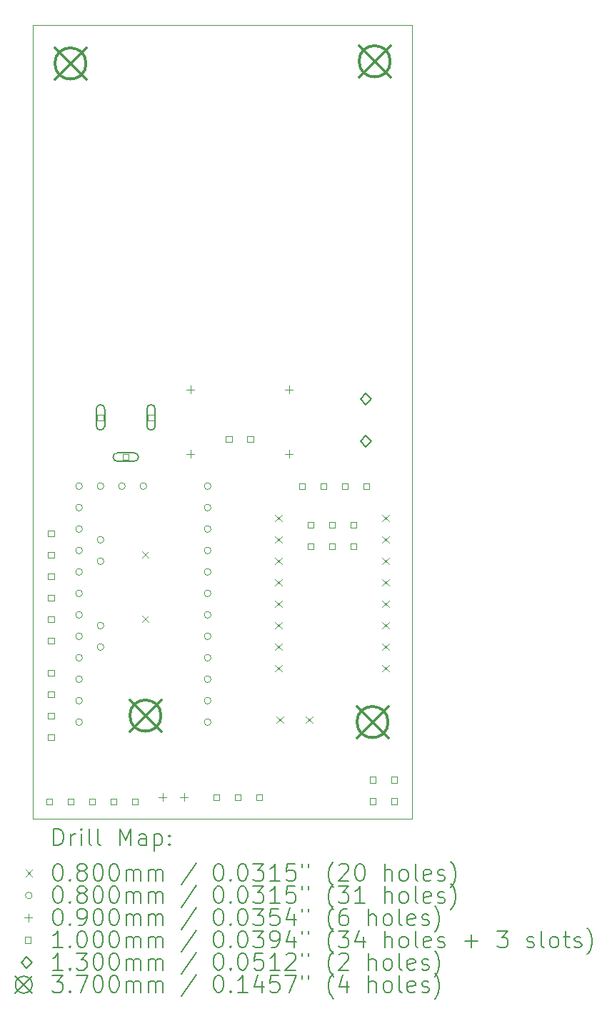
<source format=gbr>
%TF.GenerationSoftware,KiCad,Pcbnew,6.0.11-2627ca5db0~126~ubuntu20.04.1*%
%TF.CreationDate,2024-06-24T23:06:26+02:00*%
%TF.ProjectId,IRstepper,49527374-6570-4706-9572-2e6b69636164,rev?*%
%TF.SameCoordinates,Original*%
%TF.FileFunction,Drillmap*%
%TF.FilePolarity,Positive*%
%FSLAX45Y45*%
G04 Gerber Fmt 4.5, Leading zero omitted, Abs format (unit mm)*
G04 Created by KiCad (PCBNEW 6.0.11-2627ca5db0~126~ubuntu20.04.1) date 2024-06-24 23:06:26*
%MOMM*%
%LPD*%
G01*
G04 APERTURE LIST*
%ADD10C,0.100000*%
%ADD11C,0.200000*%
%ADD12C,0.080000*%
%ADD13C,0.080010*%
%ADD14C,0.090000*%
%ADD15C,0.130000*%
%ADD16C,0.370000*%
G04 APERTURE END LIST*
D10*
X9000000Y-1600200D02*
X13500000Y-1600000D01*
X9000000Y-11000000D02*
X13500000Y-11000000D01*
X13500000Y-11000000D02*
X13500000Y-1600000D01*
X9000000Y-11000000D02*
X9000000Y-1600200D01*
D11*
D12*
X10297800Y-7834000D02*
X10377800Y-7914000D01*
X10377800Y-7834000D02*
X10297800Y-7914000D01*
X10297800Y-8596000D02*
X10377800Y-8676000D01*
X10377800Y-8596000D02*
X10297800Y-8676000D01*
X11873600Y-7402200D02*
X11953600Y-7482200D01*
X11953600Y-7402200D02*
X11873600Y-7482200D01*
X11873600Y-7656200D02*
X11953600Y-7736200D01*
X11953600Y-7656200D02*
X11873600Y-7736200D01*
X11873600Y-7910200D02*
X11953600Y-7990200D01*
X11953600Y-7910200D02*
X11873600Y-7990200D01*
X11873600Y-8164200D02*
X11953600Y-8244200D01*
X11953600Y-8164200D02*
X11873600Y-8244200D01*
X11873600Y-8418200D02*
X11953600Y-8498200D01*
X11953600Y-8418200D02*
X11873600Y-8498200D01*
X11873600Y-8672200D02*
X11953600Y-8752200D01*
X11953600Y-8672200D02*
X11873600Y-8752200D01*
X11873600Y-8926200D02*
X11953600Y-9006200D01*
X11953600Y-8926200D02*
X11873600Y-9006200D01*
X11873600Y-9180200D02*
X11953600Y-9260200D01*
X11953600Y-9180200D02*
X11873600Y-9260200D01*
X11891070Y-9789800D02*
X11971070Y-9869800D01*
X11971070Y-9789800D02*
X11891070Y-9869800D01*
X12241070Y-9789800D02*
X12321070Y-9869800D01*
X12321070Y-9789800D02*
X12241070Y-9869800D01*
X13143600Y-7402200D02*
X13223600Y-7482200D01*
X13223600Y-7402200D02*
X13143600Y-7482200D01*
X13143600Y-7656200D02*
X13223600Y-7736200D01*
X13223600Y-7656200D02*
X13143600Y-7736200D01*
X13143600Y-7910200D02*
X13223600Y-7990200D01*
X13223600Y-7910200D02*
X13143600Y-7990200D01*
X13143600Y-8164200D02*
X13223600Y-8244200D01*
X13223600Y-8164200D02*
X13143600Y-8244200D01*
X13143600Y-8418200D02*
X13223600Y-8498200D01*
X13223600Y-8418200D02*
X13143600Y-8498200D01*
X13143600Y-8672200D02*
X13223600Y-8752200D01*
X13223600Y-8672200D02*
X13143600Y-8752200D01*
X13143600Y-8926200D02*
X13223600Y-9006200D01*
X13223600Y-8926200D02*
X13143600Y-9006200D01*
X13143600Y-9180200D02*
X13223600Y-9260200D01*
X13223600Y-9180200D02*
X13143600Y-9260200D01*
D13*
X9590405Y-7061200D02*
G75*
G03*
X9590405Y-7061200I-40005J0D01*
G01*
X9590405Y-7315200D02*
G75*
G03*
X9590405Y-7315200I-40005J0D01*
G01*
X9590405Y-7569200D02*
G75*
G03*
X9590405Y-7569200I-40005J0D01*
G01*
X9590405Y-7823200D02*
G75*
G03*
X9590405Y-7823200I-40005J0D01*
G01*
X9590405Y-8077200D02*
G75*
G03*
X9590405Y-8077200I-40005J0D01*
G01*
X9590405Y-8331200D02*
G75*
G03*
X9590405Y-8331200I-40005J0D01*
G01*
X9590405Y-8585200D02*
G75*
G03*
X9590405Y-8585200I-40005J0D01*
G01*
X9590405Y-8839200D02*
G75*
G03*
X9590405Y-8839200I-40005J0D01*
G01*
X9590405Y-9093200D02*
G75*
G03*
X9590405Y-9093200I-40005J0D01*
G01*
X9590405Y-9347200D02*
G75*
G03*
X9590405Y-9347200I-40005J0D01*
G01*
X9590405Y-9601200D02*
G75*
G03*
X9590405Y-9601200I-40005J0D01*
G01*
X9590405Y-9855200D02*
G75*
G03*
X9590405Y-9855200I-40005J0D01*
G01*
X9844405Y-7061200D02*
G75*
G03*
X9844405Y-7061200I-40005J0D01*
G01*
X9844405Y-7696200D02*
G75*
G03*
X9844405Y-7696200I-40005J0D01*
G01*
X9844405Y-7950200D02*
G75*
G03*
X9844405Y-7950200I-40005J0D01*
G01*
X9844405Y-8712200D02*
G75*
G03*
X9844405Y-8712200I-40005J0D01*
G01*
X9844405Y-8966200D02*
G75*
G03*
X9844405Y-8966200I-40005J0D01*
G01*
X10098405Y-7061200D02*
G75*
G03*
X10098405Y-7061200I-40005J0D01*
G01*
X10352405Y-7061200D02*
G75*
G03*
X10352405Y-7061200I-40005J0D01*
G01*
X11114405Y-7061200D02*
G75*
G03*
X11114405Y-7061200I-40005J0D01*
G01*
X11114405Y-7315200D02*
G75*
G03*
X11114405Y-7315200I-40005J0D01*
G01*
X11114405Y-7569200D02*
G75*
G03*
X11114405Y-7569200I-40005J0D01*
G01*
X11114405Y-7823200D02*
G75*
G03*
X11114405Y-7823200I-40005J0D01*
G01*
X11114405Y-8077200D02*
G75*
G03*
X11114405Y-8077200I-40005J0D01*
G01*
X11114405Y-8331200D02*
G75*
G03*
X11114405Y-8331200I-40005J0D01*
G01*
X11114405Y-8585200D02*
G75*
G03*
X11114405Y-8585200I-40005J0D01*
G01*
X11114405Y-8839200D02*
G75*
G03*
X11114405Y-8839200I-40005J0D01*
G01*
X11114405Y-9093200D02*
G75*
G03*
X11114405Y-9093200I-40005J0D01*
G01*
X11114405Y-9347200D02*
G75*
G03*
X11114405Y-9347200I-40005J0D01*
G01*
X11114405Y-9601200D02*
G75*
G03*
X11114405Y-9601200I-40005J0D01*
G01*
X11114405Y-9855200D02*
G75*
G03*
X11114405Y-9855200I-40005J0D01*
G01*
D14*
X10540000Y-10699200D02*
X10540000Y-10789200D01*
X10495000Y-10744200D02*
X10585000Y-10744200D01*
X10794000Y-10699200D02*
X10794000Y-10789200D01*
X10749000Y-10744200D02*
X10839000Y-10744200D01*
X10871200Y-5873200D02*
X10871200Y-5963200D01*
X10826200Y-5918200D02*
X10916200Y-5918200D01*
X10871200Y-6635200D02*
X10871200Y-6725200D01*
X10826200Y-6680200D02*
X10916200Y-6680200D01*
X12039600Y-5873200D02*
X12039600Y-5963200D01*
X11994600Y-5918200D02*
X12084600Y-5918200D01*
X12039600Y-6635200D02*
X12039600Y-6725200D01*
X11994600Y-6680200D02*
X12084600Y-6680200D01*
D10*
X9230656Y-10830356D02*
X9230656Y-10759644D01*
X9159944Y-10759644D01*
X9159944Y-10830356D01*
X9230656Y-10830356D01*
X9255556Y-7655356D02*
X9255556Y-7584644D01*
X9184844Y-7584644D01*
X9184844Y-7655356D01*
X9255556Y-7655356D01*
X9255556Y-7909356D02*
X9255556Y-7838644D01*
X9184844Y-7838644D01*
X9184844Y-7909356D01*
X9255556Y-7909356D01*
X9255556Y-8163356D02*
X9255556Y-8092644D01*
X9184844Y-8092644D01*
X9184844Y-8163356D01*
X9255556Y-8163356D01*
X9255556Y-8417356D02*
X9255556Y-8346644D01*
X9184844Y-8346644D01*
X9184844Y-8417356D01*
X9255556Y-8417356D01*
X9255556Y-8671356D02*
X9255556Y-8600644D01*
X9184844Y-8600644D01*
X9184844Y-8671356D01*
X9255556Y-8671356D01*
X9255556Y-8925356D02*
X9255556Y-8854644D01*
X9184844Y-8854644D01*
X9184844Y-8925356D01*
X9255556Y-8925356D01*
X9255556Y-9307356D02*
X9255556Y-9236644D01*
X9184844Y-9236644D01*
X9184844Y-9307356D01*
X9255556Y-9307356D01*
X9255556Y-9561356D02*
X9255556Y-9490644D01*
X9184844Y-9490644D01*
X9184844Y-9561356D01*
X9255556Y-9561356D01*
X9255556Y-9815356D02*
X9255556Y-9744644D01*
X9184844Y-9744644D01*
X9184844Y-9815356D01*
X9255556Y-9815356D01*
X9255556Y-10069356D02*
X9255556Y-9998644D01*
X9184844Y-9998644D01*
X9184844Y-10069356D01*
X9255556Y-10069356D01*
X9484656Y-10830356D02*
X9484656Y-10759644D01*
X9413944Y-10759644D01*
X9413944Y-10830356D01*
X9484656Y-10830356D01*
X9738656Y-10830356D02*
X9738656Y-10759644D01*
X9667944Y-10759644D01*
X9667944Y-10830356D01*
X9738656Y-10830356D01*
X9839756Y-6283756D02*
X9839756Y-6213044D01*
X9769044Y-6213044D01*
X9769044Y-6283756D01*
X9839756Y-6283756D01*
D11*
X9754400Y-6148400D02*
X9754400Y-6348400D01*
X9854400Y-6148400D02*
X9854400Y-6348400D01*
X9754400Y-6348400D02*
G75*
G03*
X9854400Y-6348400I50000J0D01*
G01*
X9854400Y-6148400D02*
G75*
G03*
X9754400Y-6148400I-50000J0D01*
G01*
D10*
X9992656Y-10830356D02*
X9992656Y-10759644D01*
X9921944Y-10759644D01*
X9921944Y-10830356D01*
X9992656Y-10830356D01*
X10139756Y-6753756D02*
X10139756Y-6683044D01*
X10069044Y-6683044D01*
X10069044Y-6753756D01*
X10139756Y-6753756D01*
D11*
X10004400Y-6768400D02*
X10204400Y-6768400D01*
X10004400Y-6668400D02*
X10204400Y-6668400D01*
X10204400Y-6768400D02*
G75*
G03*
X10204400Y-6668400I0J50000D01*
G01*
X10004400Y-6668400D02*
G75*
G03*
X10004400Y-6768400I0J-50000D01*
G01*
D10*
X10246656Y-10830356D02*
X10246656Y-10759644D01*
X10175944Y-10759644D01*
X10175944Y-10830356D01*
X10246656Y-10830356D01*
X10439756Y-6283756D02*
X10439756Y-6213044D01*
X10369044Y-6213044D01*
X10369044Y-6283756D01*
X10439756Y-6283756D01*
D11*
X10354400Y-6148400D02*
X10354400Y-6348400D01*
X10454400Y-6148400D02*
X10454400Y-6348400D01*
X10354400Y-6348400D02*
G75*
G03*
X10454400Y-6348400I50000J0D01*
G01*
X10454400Y-6148400D02*
G75*
G03*
X10354400Y-6148400I-50000J0D01*
G01*
D10*
X11212856Y-10779556D02*
X11212856Y-10708844D01*
X11142144Y-10708844D01*
X11142144Y-10779556D01*
X11212856Y-10779556D01*
X11363256Y-6537756D02*
X11363256Y-6467044D01*
X11292544Y-6467044D01*
X11292544Y-6537756D01*
X11363256Y-6537756D01*
X11466856Y-10779556D02*
X11466856Y-10708844D01*
X11396144Y-10708844D01*
X11396144Y-10779556D01*
X11466856Y-10779556D01*
X11617256Y-6537756D02*
X11617256Y-6467044D01*
X11546544Y-6467044D01*
X11546544Y-6537756D01*
X11617256Y-6537756D01*
X11720856Y-10779556D02*
X11720856Y-10708844D01*
X11650144Y-10708844D01*
X11650144Y-10779556D01*
X11720856Y-10779556D01*
X12228356Y-7096556D02*
X12228356Y-7025844D01*
X12157644Y-7025844D01*
X12157644Y-7096556D01*
X12228356Y-7096556D01*
X12330456Y-7554256D02*
X12330456Y-7483544D01*
X12259744Y-7483544D01*
X12259744Y-7554256D01*
X12330456Y-7554256D01*
X12330456Y-7808256D02*
X12330456Y-7737544D01*
X12259744Y-7737544D01*
X12259744Y-7808256D01*
X12330456Y-7808256D01*
X12482356Y-7096556D02*
X12482356Y-7025844D01*
X12411644Y-7025844D01*
X12411644Y-7096556D01*
X12482356Y-7096556D01*
X12584456Y-7554256D02*
X12584456Y-7483544D01*
X12513744Y-7483544D01*
X12513744Y-7554256D01*
X12584456Y-7554256D01*
X12584456Y-7808256D02*
X12584456Y-7737544D01*
X12513744Y-7737544D01*
X12513744Y-7808256D01*
X12584456Y-7808256D01*
X12736356Y-7096556D02*
X12736356Y-7025844D01*
X12665644Y-7025844D01*
X12665644Y-7096556D01*
X12736356Y-7096556D01*
X12838456Y-7554256D02*
X12838456Y-7483544D01*
X12767744Y-7483544D01*
X12767744Y-7554256D01*
X12838456Y-7554256D01*
X12838456Y-7808256D02*
X12838456Y-7737544D01*
X12767744Y-7737544D01*
X12767744Y-7808256D01*
X12838456Y-7808256D01*
X12990356Y-7096556D02*
X12990356Y-7025844D01*
X12919644Y-7025844D01*
X12919644Y-7096556D01*
X12990356Y-7096556D01*
X13067056Y-10574856D02*
X13067056Y-10504144D01*
X12996344Y-10504144D01*
X12996344Y-10574856D01*
X13067056Y-10574856D01*
X13067056Y-10828856D02*
X13067056Y-10758144D01*
X12996344Y-10758144D01*
X12996344Y-10828856D01*
X13067056Y-10828856D01*
X13321056Y-10574856D02*
X13321056Y-10504144D01*
X13250344Y-10504144D01*
X13250344Y-10574856D01*
X13321056Y-10574856D01*
X13321056Y-10828856D02*
X13321056Y-10758144D01*
X13250344Y-10758144D01*
X13250344Y-10828856D01*
X13321056Y-10828856D01*
D15*
X12952000Y-6094800D02*
X13017000Y-6029800D01*
X12952000Y-5964800D01*
X12887000Y-6029800D01*
X12952000Y-6094800D01*
X12952000Y-6594800D02*
X13017000Y-6529800D01*
X12952000Y-6464800D01*
X12887000Y-6529800D01*
X12952000Y-6594800D01*
D16*
X9263800Y-1872400D02*
X9633800Y-2242400D01*
X9633800Y-1872400D02*
X9263800Y-2242400D01*
X9633800Y-2057400D02*
G75*
G03*
X9633800Y-2057400I-185000J0D01*
G01*
X10152800Y-9594000D02*
X10522800Y-9964000D01*
X10522800Y-9594000D02*
X10152800Y-9964000D01*
X10522800Y-9779000D02*
G75*
G03*
X10522800Y-9779000I-185000J0D01*
G01*
X12845200Y-9670200D02*
X13215200Y-10040200D01*
X13215200Y-9670200D02*
X12845200Y-10040200D01*
X13215200Y-9855200D02*
G75*
G03*
X13215200Y-9855200I-185000J0D01*
G01*
X12870600Y-1847000D02*
X13240600Y-2217000D01*
X13240600Y-1847000D02*
X12870600Y-2217000D01*
X13240600Y-2032000D02*
G75*
G03*
X13240600Y-2032000I-185000J0D01*
G01*
D11*
X9252619Y-11315476D02*
X9252619Y-11115476D01*
X9300238Y-11115476D01*
X9328810Y-11125000D01*
X9347857Y-11144048D01*
X9357381Y-11163095D01*
X9366905Y-11201190D01*
X9366905Y-11229762D01*
X9357381Y-11267857D01*
X9347857Y-11286905D01*
X9328810Y-11305952D01*
X9300238Y-11315476D01*
X9252619Y-11315476D01*
X9452619Y-11315476D02*
X9452619Y-11182143D01*
X9452619Y-11220238D02*
X9462143Y-11201190D01*
X9471667Y-11191667D01*
X9490714Y-11182143D01*
X9509762Y-11182143D01*
X9576429Y-11315476D02*
X9576429Y-11182143D01*
X9576429Y-11115476D02*
X9566905Y-11125000D01*
X9576429Y-11134524D01*
X9585952Y-11125000D01*
X9576429Y-11115476D01*
X9576429Y-11134524D01*
X9700238Y-11315476D02*
X9681190Y-11305952D01*
X9671667Y-11286905D01*
X9671667Y-11115476D01*
X9805000Y-11315476D02*
X9785952Y-11305952D01*
X9776429Y-11286905D01*
X9776429Y-11115476D01*
X10033571Y-11315476D02*
X10033571Y-11115476D01*
X10100238Y-11258333D01*
X10166905Y-11115476D01*
X10166905Y-11315476D01*
X10347857Y-11315476D02*
X10347857Y-11210714D01*
X10338333Y-11191667D01*
X10319286Y-11182143D01*
X10281190Y-11182143D01*
X10262143Y-11191667D01*
X10347857Y-11305952D02*
X10328810Y-11315476D01*
X10281190Y-11315476D01*
X10262143Y-11305952D01*
X10252619Y-11286905D01*
X10252619Y-11267857D01*
X10262143Y-11248809D01*
X10281190Y-11239286D01*
X10328810Y-11239286D01*
X10347857Y-11229762D01*
X10443095Y-11182143D02*
X10443095Y-11382143D01*
X10443095Y-11191667D02*
X10462143Y-11182143D01*
X10500238Y-11182143D01*
X10519286Y-11191667D01*
X10528810Y-11201190D01*
X10538333Y-11220238D01*
X10538333Y-11277381D01*
X10528810Y-11296428D01*
X10519286Y-11305952D01*
X10500238Y-11315476D01*
X10462143Y-11315476D01*
X10443095Y-11305952D01*
X10624048Y-11296428D02*
X10633571Y-11305952D01*
X10624048Y-11315476D01*
X10614524Y-11305952D01*
X10624048Y-11296428D01*
X10624048Y-11315476D01*
X10624048Y-11191667D02*
X10633571Y-11201190D01*
X10624048Y-11210714D01*
X10614524Y-11201190D01*
X10624048Y-11191667D01*
X10624048Y-11210714D01*
D12*
X8915000Y-11605000D02*
X8995000Y-11685000D01*
X8995000Y-11605000D02*
X8915000Y-11685000D01*
D11*
X9290714Y-11535476D02*
X9309762Y-11535476D01*
X9328810Y-11545000D01*
X9338333Y-11554524D01*
X9347857Y-11573571D01*
X9357381Y-11611667D01*
X9357381Y-11659286D01*
X9347857Y-11697381D01*
X9338333Y-11716428D01*
X9328810Y-11725952D01*
X9309762Y-11735476D01*
X9290714Y-11735476D01*
X9271667Y-11725952D01*
X9262143Y-11716428D01*
X9252619Y-11697381D01*
X9243095Y-11659286D01*
X9243095Y-11611667D01*
X9252619Y-11573571D01*
X9262143Y-11554524D01*
X9271667Y-11545000D01*
X9290714Y-11535476D01*
X9443095Y-11716428D02*
X9452619Y-11725952D01*
X9443095Y-11735476D01*
X9433571Y-11725952D01*
X9443095Y-11716428D01*
X9443095Y-11735476D01*
X9566905Y-11621190D02*
X9547857Y-11611667D01*
X9538333Y-11602143D01*
X9528810Y-11583095D01*
X9528810Y-11573571D01*
X9538333Y-11554524D01*
X9547857Y-11545000D01*
X9566905Y-11535476D01*
X9605000Y-11535476D01*
X9624048Y-11545000D01*
X9633571Y-11554524D01*
X9643095Y-11573571D01*
X9643095Y-11583095D01*
X9633571Y-11602143D01*
X9624048Y-11611667D01*
X9605000Y-11621190D01*
X9566905Y-11621190D01*
X9547857Y-11630714D01*
X9538333Y-11640238D01*
X9528810Y-11659286D01*
X9528810Y-11697381D01*
X9538333Y-11716428D01*
X9547857Y-11725952D01*
X9566905Y-11735476D01*
X9605000Y-11735476D01*
X9624048Y-11725952D01*
X9633571Y-11716428D01*
X9643095Y-11697381D01*
X9643095Y-11659286D01*
X9633571Y-11640238D01*
X9624048Y-11630714D01*
X9605000Y-11621190D01*
X9766905Y-11535476D02*
X9785952Y-11535476D01*
X9805000Y-11545000D01*
X9814524Y-11554524D01*
X9824048Y-11573571D01*
X9833571Y-11611667D01*
X9833571Y-11659286D01*
X9824048Y-11697381D01*
X9814524Y-11716428D01*
X9805000Y-11725952D01*
X9785952Y-11735476D01*
X9766905Y-11735476D01*
X9747857Y-11725952D01*
X9738333Y-11716428D01*
X9728810Y-11697381D01*
X9719286Y-11659286D01*
X9719286Y-11611667D01*
X9728810Y-11573571D01*
X9738333Y-11554524D01*
X9747857Y-11545000D01*
X9766905Y-11535476D01*
X9957381Y-11535476D02*
X9976429Y-11535476D01*
X9995476Y-11545000D01*
X10005000Y-11554524D01*
X10014524Y-11573571D01*
X10024048Y-11611667D01*
X10024048Y-11659286D01*
X10014524Y-11697381D01*
X10005000Y-11716428D01*
X9995476Y-11725952D01*
X9976429Y-11735476D01*
X9957381Y-11735476D01*
X9938333Y-11725952D01*
X9928810Y-11716428D01*
X9919286Y-11697381D01*
X9909762Y-11659286D01*
X9909762Y-11611667D01*
X9919286Y-11573571D01*
X9928810Y-11554524D01*
X9938333Y-11545000D01*
X9957381Y-11535476D01*
X10109762Y-11735476D02*
X10109762Y-11602143D01*
X10109762Y-11621190D02*
X10119286Y-11611667D01*
X10138333Y-11602143D01*
X10166905Y-11602143D01*
X10185952Y-11611667D01*
X10195476Y-11630714D01*
X10195476Y-11735476D01*
X10195476Y-11630714D02*
X10205000Y-11611667D01*
X10224048Y-11602143D01*
X10252619Y-11602143D01*
X10271667Y-11611667D01*
X10281190Y-11630714D01*
X10281190Y-11735476D01*
X10376429Y-11735476D02*
X10376429Y-11602143D01*
X10376429Y-11621190D02*
X10385952Y-11611667D01*
X10405000Y-11602143D01*
X10433571Y-11602143D01*
X10452619Y-11611667D01*
X10462143Y-11630714D01*
X10462143Y-11735476D01*
X10462143Y-11630714D02*
X10471667Y-11611667D01*
X10490714Y-11602143D01*
X10519286Y-11602143D01*
X10538333Y-11611667D01*
X10547857Y-11630714D01*
X10547857Y-11735476D01*
X10938333Y-11525952D02*
X10766905Y-11783095D01*
X11195476Y-11535476D02*
X11214524Y-11535476D01*
X11233571Y-11545000D01*
X11243095Y-11554524D01*
X11252619Y-11573571D01*
X11262143Y-11611667D01*
X11262143Y-11659286D01*
X11252619Y-11697381D01*
X11243095Y-11716428D01*
X11233571Y-11725952D01*
X11214524Y-11735476D01*
X11195476Y-11735476D01*
X11176429Y-11725952D01*
X11166905Y-11716428D01*
X11157381Y-11697381D01*
X11147857Y-11659286D01*
X11147857Y-11611667D01*
X11157381Y-11573571D01*
X11166905Y-11554524D01*
X11176429Y-11545000D01*
X11195476Y-11535476D01*
X11347857Y-11716428D02*
X11357381Y-11725952D01*
X11347857Y-11735476D01*
X11338333Y-11725952D01*
X11347857Y-11716428D01*
X11347857Y-11735476D01*
X11481190Y-11535476D02*
X11500238Y-11535476D01*
X11519286Y-11545000D01*
X11528809Y-11554524D01*
X11538333Y-11573571D01*
X11547857Y-11611667D01*
X11547857Y-11659286D01*
X11538333Y-11697381D01*
X11528809Y-11716428D01*
X11519286Y-11725952D01*
X11500238Y-11735476D01*
X11481190Y-11735476D01*
X11462143Y-11725952D01*
X11452619Y-11716428D01*
X11443095Y-11697381D01*
X11433571Y-11659286D01*
X11433571Y-11611667D01*
X11443095Y-11573571D01*
X11452619Y-11554524D01*
X11462143Y-11545000D01*
X11481190Y-11535476D01*
X11614524Y-11535476D02*
X11738333Y-11535476D01*
X11671667Y-11611667D01*
X11700238Y-11611667D01*
X11719286Y-11621190D01*
X11728809Y-11630714D01*
X11738333Y-11649762D01*
X11738333Y-11697381D01*
X11728809Y-11716428D01*
X11719286Y-11725952D01*
X11700238Y-11735476D01*
X11643095Y-11735476D01*
X11624048Y-11725952D01*
X11614524Y-11716428D01*
X11928809Y-11735476D02*
X11814524Y-11735476D01*
X11871667Y-11735476D02*
X11871667Y-11535476D01*
X11852619Y-11564048D01*
X11833571Y-11583095D01*
X11814524Y-11592619D01*
X12109762Y-11535476D02*
X12014524Y-11535476D01*
X12005000Y-11630714D01*
X12014524Y-11621190D01*
X12033571Y-11611667D01*
X12081190Y-11611667D01*
X12100238Y-11621190D01*
X12109762Y-11630714D01*
X12119286Y-11649762D01*
X12119286Y-11697381D01*
X12109762Y-11716428D01*
X12100238Y-11725952D01*
X12081190Y-11735476D01*
X12033571Y-11735476D01*
X12014524Y-11725952D01*
X12005000Y-11716428D01*
X12195476Y-11535476D02*
X12195476Y-11573571D01*
X12271667Y-11535476D02*
X12271667Y-11573571D01*
X12566905Y-11811667D02*
X12557381Y-11802143D01*
X12538333Y-11773571D01*
X12528809Y-11754524D01*
X12519286Y-11725952D01*
X12509762Y-11678333D01*
X12509762Y-11640238D01*
X12519286Y-11592619D01*
X12528809Y-11564048D01*
X12538333Y-11545000D01*
X12557381Y-11516428D01*
X12566905Y-11506905D01*
X12633571Y-11554524D02*
X12643095Y-11545000D01*
X12662143Y-11535476D01*
X12709762Y-11535476D01*
X12728809Y-11545000D01*
X12738333Y-11554524D01*
X12747857Y-11573571D01*
X12747857Y-11592619D01*
X12738333Y-11621190D01*
X12624048Y-11735476D01*
X12747857Y-11735476D01*
X12871667Y-11535476D02*
X12890714Y-11535476D01*
X12909762Y-11545000D01*
X12919286Y-11554524D01*
X12928809Y-11573571D01*
X12938333Y-11611667D01*
X12938333Y-11659286D01*
X12928809Y-11697381D01*
X12919286Y-11716428D01*
X12909762Y-11725952D01*
X12890714Y-11735476D01*
X12871667Y-11735476D01*
X12852619Y-11725952D01*
X12843095Y-11716428D01*
X12833571Y-11697381D01*
X12824048Y-11659286D01*
X12824048Y-11611667D01*
X12833571Y-11573571D01*
X12843095Y-11554524D01*
X12852619Y-11545000D01*
X12871667Y-11535476D01*
X13176428Y-11735476D02*
X13176428Y-11535476D01*
X13262143Y-11735476D02*
X13262143Y-11630714D01*
X13252619Y-11611667D01*
X13233571Y-11602143D01*
X13205000Y-11602143D01*
X13185952Y-11611667D01*
X13176428Y-11621190D01*
X13385952Y-11735476D02*
X13366905Y-11725952D01*
X13357381Y-11716428D01*
X13347857Y-11697381D01*
X13347857Y-11640238D01*
X13357381Y-11621190D01*
X13366905Y-11611667D01*
X13385952Y-11602143D01*
X13414524Y-11602143D01*
X13433571Y-11611667D01*
X13443095Y-11621190D01*
X13452619Y-11640238D01*
X13452619Y-11697381D01*
X13443095Y-11716428D01*
X13433571Y-11725952D01*
X13414524Y-11735476D01*
X13385952Y-11735476D01*
X13566905Y-11735476D02*
X13547857Y-11725952D01*
X13538333Y-11706905D01*
X13538333Y-11535476D01*
X13719286Y-11725952D02*
X13700238Y-11735476D01*
X13662143Y-11735476D01*
X13643095Y-11725952D01*
X13633571Y-11706905D01*
X13633571Y-11630714D01*
X13643095Y-11611667D01*
X13662143Y-11602143D01*
X13700238Y-11602143D01*
X13719286Y-11611667D01*
X13728809Y-11630714D01*
X13728809Y-11649762D01*
X13633571Y-11668809D01*
X13805000Y-11725952D02*
X13824048Y-11735476D01*
X13862143Y-11735476D01*
X13881190Y-11725952D01*
X13890714Y-11706905D01*
X13890714Y-11697381D01*
X13881190Y-11678333D01*
X13862143Y-11668809D01*
X13833571Y-11668809D01*
X13814524Y-11659286D01*
X13805000Y-11640238D01*
X13805000Y-11630714D01*
X13814524Y-11611667D01*
X13833571Y-11602143D01*
X13862143Y-11602143D01*
X13881190Y-11611667D01*
X13957381Y-11811667D02*
X13966905Y-11802143D01*
X13985952Y-11773571D01*
X13995476Y-11754524D01*
X14005000Y-11725952D01*
X14014524Y-11678333D01*
X14014524Y-11640238D01*
X14005000Y-11592619D01*
X13995476Y-11564048D01*
X13985952Y-11545000D01*
X13966905Y-11516428D01*
X13957381Y-11506905D01*
D13*
X8995000Y-11909000D02*
G75*
G03*
X8995000Y-11909000I-40005J0D01*
G01*
D11*
X9290714Y-11799476D02*
X9309762Y-11799476D01*
X9328810Y-11809000D01*
X9338333Y-11818524D01*
X9347857Y-11837571D01*
X9357381Y-11875667D01*
X9357381Y-11923286D01*
X9347857Y-11961381D01*
X9338333Y-11980428D01*
X9328810Y-11989952D01*
X9309762Y-11999476D01*
X9290714Y-11999476D01*
X9271667Y-11989952D01*
X9262143Y-11980428D01*
X9252619Y-11961381D01*
X9243095Y-11923286D01*
X9243095Y-11875667D01*
X9252619Y-11837571D01*
X9262143Y-11818524D01*
X9271667Y-11809000D01*
X9290714Y-11799476D01*
X9443095Y-11980428D02*
X9452619Y-11989952D01*
X9443095Y-11999476D01*
X9433571Y-11989952D01*
X9443095Y-11980428D01*
X9443095Y-11999476D01*
X9566905Y-11885190D02*
X9547857Y-11875667D01*
X9538333Y-11866143D01*
X9528810Y-11847095D01*
X9528810Y-11837571D01*
X9538333Y-11818524D01*
X9547857Y-11809000D01*
X9566905Y-11799476D01*
X9605000Y-11799476D01*
X9624048Y-11809000D01*
X9633571Y-11818524D01*
X9643095Y-11837571D01*
X9643095Y-11847095D01*
X9633571Y-11866143D01*
X9624048Y-11875667D01*
X9605000Y-11885190D01*
X9566905Y-11885190D01*
X9547857Y-11894714D01*
X9538333Y-11904238D01*
X9528810Y-11923286D01*
X9528810Y-11961381D01*
X9538333Y-11980428D01*
X9547857Y-11989952D01*
X9566905Y-11999476D01*
X9605000Y-11999476D01*
X9624048Y-11989952D01*
X9633571Y-11980428D01*
X9643095Y-11961381D01*
X9643095Y-11923286D01*
X9633571Y-11904238D01*
X9624048Y-11894714D01*
X9605000Y-11885190D01*
X9766905Y-11799476D02*
X9785952Y-11799476D01*
X9805000Y-11809000D01*
X9814524Y-11818524D01*
X9824048Y-11837571D01*
X9833571Y-11875667D01*
X9833571Y-11923286D01*
X9824048Y-11961381D01*
X9814524Y-11980428D01*
X9805000Y-11989952D01*
X9785952Y-11999476D01*
X9766905Y-11999476D01*
X9747857Y-11989952D01*
X9738333Y-11980428D01*
X9728810Y-11961381D01*
X9719286Y-11923286D01*
X9719286Y-11875667D01*
X9728810Y-11837571D01*
X9738333Y-11818524D01*
X9747857Y-11809000D01*
X9766905Y-11799476D01*
X9957381Y-11799476D02*
X9976429Y-11799476D01*
X9995476Y-11809000D01*
X10005000Y-11818524D01*
X10014524Y-11837571D01*
X10024048Y-11875667D01*
X10024048Y-11923286D01*
X10014524Y-11961381D01*
X10005000Y-11980428D01*
X9995476Y-11989952D01*
X9976429Y-11999476D01*
X9957381Y-11999476D01*
X9938333Y-11989952D01*
X9928810Y-11980428D01*
X9919286Y-11961381D01*
X9909762Y-11923286D01*
X9909762Y-11875667D01*
X9919286Y-11837571D01*
X9928810Y-11818524D01*
X9938333Y-11809000D01*
X9957381Y-11799476D01*
X10109762Y-11999476D02*
X10109762Y-11866143D01*
X10109762Y-11885190D02*
X10119286Y-11875667D01*
X10138333Y-11866143D01*
X10166905Y-11866143D01*
X10185952Y-11875667D01*
X10195476Y-11894714D01*
X10195476Y-11999476D01*
X10195476Y-11894714D02*
X10205000Y-11875667D01*
X10224048Y-11866143D01*
X10252619Y-11866143D01*
X10271667Y-11875667D01*
X10281190Y-11894714D01*
X10281190Y-11999476D01*
X10376429Y-11999476D02*
X10376429Y-11866143D01*
X10376429Y-11885190D02*
X10385952Y-11875667D01*
X10405000Y-11866143D01*
X10433571Y-11866143D01*
X10452619Y-11875667D01*
X10462143Y-11894714D01*
X10462143Y-11999476D01*
X10462143Y-11894714D02*
X10471667Y-11875667D01*
X10490714Y-11866143D01*
X10519286Y-11866143D01*
X10538333Y-11875667D01*
X10547857Y-11894714D01*
X10547857Y-11999476D01*
X10938333Y-11789952D02*
X10766905Y-12047095D01*
X11195476Y-11799476D02*
X11214524Y-11799476D01*
X11233571Y-11809000D01*
X11243095Y-11818524D01*
X11252619Y-11837571D01*
X11262143Y-11875667D01*
X11262143Y-11923286D01*
X11252619Y-11961381D01*
X11243095Y-11980428D01*
X11233571Y-11989952D01*
X11214524Y-11999476D01*
X11195476Y-11999476D01*
X11176429Y-11989952D01*
X11166905Y-11980428D01*
X11157381Y-11961381D01*
X11147857Y-11923286D01*
X11147857Y-11875667D01*
X11157381Y-11837571D01*
X11166905Y-11818524D01*
X11176429Y-11809000D01*
X11195476Y-11799476D01*
X11347857Y-11980428D02*
X11357381Y-11989952D01*
X11347857Y-11999476D01*
X11338333Y-11989952D01*
X11347857Y-11980428D01*
X11347857Y-11999476D01*
X11481190Y-11799476D02*
X11500238Y-11799476D01*
X11519286Y-11809000D01*
X11528809Y-11818524D01*
X11538333Y-11837571D01*
X11547857Y-11875667D01*
X11547857Y-11923286D01*
X11538333Y-11961381D01*
X11528809Y-11980428D01*
X11519286Y-11989952D01*
X11500238Y-11999476D01*
X11481190Y-11999476D01*
X11462143Y-11989952D01*
X11452619Y-11980428D01*
X11443095Y-11961381D01*
X11433571Y-11923286D01*
X11433571Y-11875667D01*
X11443095Y-11837571D01*
X11452619Y-11818524D01*
X11462143Y-11809000D01*
X11481190Y-11799476D01*
X11614524Y-11799476D02*
X11738333Y-11799476D01*
X11671667Y-11875667D01*
X11700238Y-11875667D01*
X11719286Y-11885190D01*
X11728809Y-11894714D01*
X11738333Y-11913762D01*
X11738333Y-11961381D01*
X11728809Y-11980428D01*
X11719286Y-11989952D01*
X11700238Y-11999476D01*
X11643095Y-11999476D01*
X11624048Y-11989952D01*
X11614524Y-11980428D01*
X11928809Y-11999476D02*
X11814524Y-11999476D01*
X11871667Y-11999476D02*
X11871667Y-11799476D01*
X11852619Y-11828048D01*
X11833571Y-11847095D01*
X11814524Y-11856619D01*
X12109762Y-11799476D02*
X12014524Y-11799476D01*
X12005000Y-11894714D01*
X12014524Y-11885190D01*
X12033571Y-11875667D01*
X12081190Y-11875667D01*
X12100238Y-11885190D01*
X12109762Y-11894714D01*
X12119286Y-11913762D01*
X12119286Y-11961381D01*
X12109762Y-11980428D01*
X12100238Y-11989952D01*
X12081190Y-11999476D01*
X12033571Y-11999476D01*
X12014524Y-11989952D01*
X12005000Y-11980428D01*
X12195476Y-11799476D02*
X12195476Y-11837571D01*
X12271667Y-11799476D02*
X12271667Y-11837571D01*
X12566905Y-12075667D02*
X12557381Y-12066143D01*
X12538333Y-12037571D01*
X12528809Y-12018524D01*
X12519286Y-11989952D01*
X12509762Y-11942333D01*
X12509762Y-11904238D01*
X12519286Y-11856619D01*
X12528809Y-11828048D01*
X12538333Y-11809000D01*
X12557381Y-11780428D01*
X12566905Y-11770905D01*
X12624048Y-11799476D02*
X12747857Y-11799476D01*
X12681190Y-11875667D01*
X12709762Y-11875667D01*
X12728809Y-11885190D01*
X12738333Y-11894714D01*
X12747857Y-11913762D01*
X12747857Y-11961381D01*
X12738333Y-11980428D01*
X12728809Y-11989952D01*
X12709762Y-11999476D01*
X12652619Y-11999476D01*
X12633571Y-11989952D01*
X12624048Y-11980428D01*
X12938333Y-11999476D02*
X12824048Y-11999476D01*
X12881190Y-11999476D02*
X12881190Y-11799476D01*
X12862143Y-11828048D01*
X12843095Y-11847095D01*
X12824048Y-11856619D01*
X13176428Y-11999476D02*
X13176428Y-11799476D01*
X13262143Y-11999476D02*
X13262143Y-11894714D01*
X13252619Y-11875667D01*
X13233571Y-11866143D01*
X13205000Y-11866143D01*
X13185952Y-11875667D01*
X13176428Y-11885190D01*
X13385952Y-11999476D02*
X13366905Y-11989952D01*
X13357381Y-11980428D01*
X13347857Y-11961381D01*
X13347857Y-11904238D01*
X13357381Y-11885190D01*
X13366905Y-11875667D01*
X13385952Y-11866143D01*
X13414524Y-11866143D01*
X13433571Y-11875667D01*
X13443095Y-11885190D01*
X13452619Y-11904238D01*
X13452619Y-11961381D01*
X13443095Y-11980428D01*
X13433571Y-11989952D01*
X13414524Y-11999476D01*
X13385952Y-11999476D01*
X13566905Y-11999476D02*
X13547857Y-11989952D01*
X13538333Y-11970905D01*
X13538333Y-11799476D01*
X13719286Y-11989952D02*
X13700238Y-11999476D01*
X13662143Y-11999476D01*
X13643095Y-11989952D01*
X13633571Y-11970905D01*
X13633571Y-11894714D01*
X13643095Y-11875667D01*
X13662143Y-11866143D01*
X13700238Y-11866143D01*
X13719286Y-11875667D01*
X13728809Y-11894714D01*
X13728809Y-11913762D01*
X13633571Y-11932809D01*
X13805000Y-11989952D02*
X13824048Y-11999476D01*
X13862143Y-11999476D01*
X13881190Y-11989952D01*
X13890714Y-11970905D01*
X13890714Y-11961381D01*
X13881190Y-11942333D01*
X13862143Y-11932809D01*
X13833571Y-11932809D01*
X13814524Y-11923286D01*
X13805000Y-11904238D01*
X13805000Y-11894714D01*
X13814524Y-11875667D01*
X13833571Y-11866143D01*
X13862143Y-11866143D01*
X13881190Y-11875667D01*
X13957381Y-12075667D02*
X13966905Y-12066143D01*
X13985952Y-12037571D01*
X13995476Y-12018524D01*
X14005000Y-11989952D01*
X14014524Y-11942333D01*
X14014524Y-11904238D01*
X14005000Y-11856619D01*
X13995476Y-11828048D01*
X13985952Y-11809000D01*
X13966905Y-11780428D01*
X13957381Y-11770905D01*
D14*
X8950000Y-12128000D02*
X8950000Y-12218000D01*
X8905000Y-12173000D02*
X8995000Y-12173000D01*
D11*
X9290714Y-12063476D02*
X9309762Y-12063476D01*
X9328810Y-12073000D01*
X9338333Y-12082524D01*
X9347857Y-12101571D01*
X9357381Y-12139667D01*
X9357381Y-12187286D01*
X9347857Y-12225381D01*
X9338333Y-12244428D01*
X9328810Y-12253952D01*
X9309762Y-12263476D01*
X9290714Y-12263476D01*
X9271667Y-12253952D01*
X9262143Y-12244428D01*
X9252619Y-12225381D01*
X9243095Y-12187286D01*
X9243095Y-12139667D01*
X9252619Y-12101571D01*
X9262143Y-12082524D01*
X9271667Y-12073000D01*
X9290714Y-12063476D01*
X9443095Y-12244428D02*
X9452619Y-12253952D01*
X9443095Y-12263476D01*
X9433571Y-12253952D01*
X9443095Y-12244428D01*
X9443095Y-12263476D01*
X9547857Y-12263476D02*
X9585952Y-12263476D01*
X9605000Y-12253952D01*
X9614524Y-12244428D01*
X9633571Y-12215857D01*
X9643095Y-12177762D01*
X9643095Y-12101571D01*
X9633571Y-12082524D01*
X9624048Y-12073000D01*
X9605000Y-12063476D01*
X9566905Y-12063476D01*
X9547857Y-12073000D01*
X9538333Y-12082524D01*
X9528810Y-12101571D01*
X9528810Y-12149190D01*
X9538333Y-12168238D01*
X9547857Y-12177762D01*
X9566905Y-12187286D01*
X9605000Y-12187286D01*
X9624048Y-12177762D01*
X9633571Y-12168238D01*
X9643095Y-12149190D01*
X9766905Y-12063476D02*
X9785952Y-12063476D01*
X9805000Y-12073000D01*
X9814524Y-12082524D01*
X9824048Y-12101571D01*
X9833571Y-12139667D01*
X9833571Y-12187286D01*
X9824048Y-12225381D01*
X9814524Y-12244428D01*
X9805000Y-12253952D01*
X9785952Y-12263476D01*
X9766905Y-12263476D01*
X9747857Y-12253952D01*
X9738333Y-12244428D01*
X9728810Y-12225381D01*
X9719286Y-12187286D01*
X9719286Y-12139667D01*
X9728810Y-12101571D01*
X9738333Y-12082524D01*
X9747857Y-12073000D01*
X9766905Y-12063476D01*
X9957381Y-12063476D02*
X9976429Y-12063476D01*
X9995476Y-12073000D01*
X10005000Y-12082524D01*
X10014524Y-12101571D01*
X10024048Y-12139667D01*
X10024048Y-12187286D01*
X10014524Y-12225381D01*
X10005000Y-12244428D01*
X9995476Y-12253952D01*
X9976429Y-12263476D01*
X9957381Y-12263476D01*
X9938333Y-12253952D01*
X9928810Y-12244428D01*
X9919286Y-12225381D01*
X9909762Y-12187286D01*
X9909762Y-12139667D01*
X9919286Y-12101571D01*
X9928810Y-12082524D01*
X9938333Y-12073000D01*
X9957381Y-12063476D01*
X10109762Y-12263476D02*
X10109762Y-12130143D01*
X10109762Y-12149190D02*
X10119286Y-12139667D01*
X10138333Y-12130143D01*
X10166905Y-12130143D01*
X10185952Y-12139667D01*
X10195476Y-12158714D01*
X10195476Y-12263476D01*
X10195476Y-12158714D02*
X10205000Y-12139667D01*
X10224048Y-12130143D01*
X10252619Y-12130143D01*
X10271667Y-12139667D01*
X10281190Y-12158714D01*
X10281190Y-12263476D01*
X10376429Y-12263476D02*
X10376429Y-12130143D01*
X10376429Y-12149190D02*
X10385952Y-12139667D01*
X10405000Y-12130143D01*
X10433571Y-12130143D01*
X10452619Y-12139667D01*
X10462143Y-12158714D01*
X10462143Y-12263476D01*
X10462143Y-12158714D02*
X10471667Y-12139667D01*
X10490714Y-12130143D01*
X10519286Y-12130143D01*
X10538333Y-12139667D01*
X10547857Y-12158714D01*
X10547857Y-12263476D01*
X10938333Y-12053952D02*
X10766905Y-12311095D01*
X11195476Y-12063476D02*
X11214524Y-12063476D01*
X11233571Y-12073000D01*
X11243095Y-12082524D01*
X11252619Y-12101571D01*
X11262143Y-12139667D01*
X11262143Y-12187286D01*
X11252619Y-12225381D01*
X11243095Y-12244428D01*
X11233571Y-12253952D01*
X11214524Y-12263476D01*
X11195476Y-12263476D01*
X11176429Y-12253952D01*
X11166905Y-12244428D01*
X11157381Y-12225381D01*
X11147857Y-12187286D01*
X11147857Y-12139667D01*
X11157381Y-12101571D01*
X11166905Y-12082524D01*
X11176429Y-12073000D01*
X11195476Y-12063476D01*
X11347857Y-12244428D02*
X11357381Y-12253952D01*
X11347857Y-12263476D01*
X11338333Y-12253952D01*
X11347857Y-12244428D01*
X11347857Y-12263476D01*
X11481190Y-12063476D02*
X11500238Y-12063476D01*
X11519286Y-12073000D01*
X11528809Y-12082524D01*
X11538333Y-12101571D01*
X11547857Y-12139667D01*
X11547857Y-12187286D01*
X11538333Y-12225381D01*
X11528809Y-12244428D01*
X11519286Y-12253952D01*
X11500238Y-12263476D01*
X11481190Y-12263476D01*
X11462143Y-12253952D01*
X11452619Y-12244428D01*
X11443095Y-12225381D01*
X11433571Y-12187286D01*
X11433571Y-12139667D01*
X11443095Y-12101571D01*
X11452619Y-12082524D01*
X11462143Y-12073000D01*
X11481190Y-12063476D01*
X11614524Y-12063476D02*
X11738333Y-12063476D01*
X11671667Y-12139667D01*
X11700238Y-12139667D01*
X11719286Y-12149190D01*
X11728809Y-12158714D01*
X11738333Y-12177762D01*
X11738333Y-12225381D01*
X11728809Y-12244428D01*
X11719286Y-12253952D01*
X11700238Y-12263476D01*
X11643095Y-12263476D01*
X11624048Y-12253952D01*
X11614524Y-12244428D01*
X11919286Y-12063476D02*
X11824048Y-12063476D01*
X11814524Y-12158714D01*
X11824048Y-12149190D01*
X11843095Y-12139667D01*
X11890714Y-12139667D01*
X11909762Y-12149190D01*
X11919286Y-12158714D01*
X11928809Y-12177762D01*
X11928809Y-12225381D01*
X11919286Y-12244428D01*
X11909762Y-12253952D01*
X11890714Y-12263476D01*
X11843095Y-12263476D01*
X11824048Y-12253952D01*
X11814524Y-12244428D01*
X12100238Y-12130143D02*
X12100238Y-12263476D01*
X12052619Y-12053952D02*
X12005000Y-12196809D01*
X12128809Y-12196809D01*
X12195476Y-12063476D02*
X12195476Y-12101571D01*
X12271667Y-12063476D02*
X12271667Y-12101571D01*
X12566905Y-12339667D02*
X12557381Y-12330143D01*
X12538333Y-12301571D01*
X12528809Y-12282524D01*
X12519286Y-12253952D01*
X12509762Y-12206333D01*
X12509762Y-12168238D01*
X12519286Y-12120619D01*
X12528809Y-12092048D01*
X12538333Y-12073000D01*
X12557381Y-12044428D01*
X12566905Y-12034905D01*
X12728809Y-12063476D02*
X12690714Y-12063476D01*
X12671667Y-12073000D01*
X12662143Y-12082524D01*
X12643095Y-12111095D01*
X12633571Y-12149190D01*
X12633571Y-12225381D01*
X12643095Y-12244428D01*
X12652619Y-12253952D01*
X12671667Y-12263476D01*
X12709762Y-12263476D01*
X12728809Y-12253952D01*
X12738333Y-12244428D01*
X12747857Y-12225381D01*
X12747857Y-12177762D01*
X12738333Y-12158714D01*
X12728809Y-12149190D01*
X12709762Y-12139667D01*
X12671667Y-12139667D01*
X12652619Y-12149190D01*
X12643095Y-12158714D01*
X12633571Y-12177762D01*
X12985952Y-12263476D02*
X12985952Y-12063476D01*
X13071667Y-12263476D02*
X13071667Y-12158714D01*
X13062143Y-12139667D01*
X13043095Y-12130143D01*
X13014524Y-12130143D01*
X12995476Y-12139667D01*
X12985952Y-12149190D01*
X13195476Y-12263476D02*
X13176428Y-12253952D01*
X13166905Y-12244428D01*
X13157381Y-12225381D01*
X13157381Y-12168238D01*
X13166905Y-12149190D01*
X13176428Y-12139667D01*
X13195476Y-12130143D01*
X13224048Y-12130143D01*
X13243095Y-12139667D01*
X13252619Y-12149190D01*
X13262143Y-12168238D01*
X13262143Y-12225381D01*
X13252619Y-12244428D01*
X13243095Y-12253952D01*
X13224048Y-12263476D01*
X13195476Y-12263476D01*
X13376428Y-12263476D02*
X13357381Y-12253952D01*
X13347857Y-12234905D01*
X13347857Y-12063476D01*
X13528809Y-12253952D02*
X13509762Y-12263476D01*
X13471667Y-12263476D01*
X13452619Y-12253952D01*
X13443095Y-12234905D01*
X13443095Y-12158714D01*
X13452619Y-12139667D01*
X13471667Y-12130143D01*
X13509762Y-12130143D01*
X13528809Y-12139667D01*
X13538333Y-12158714D01*
X13538333Y-12177762D01*
X13443095Y-12196809D01*
X13614524Y-12253952D02*
X13633571Y-12263476D01*
X13671667Y-12263476D01*
X13690714Y-12253952D01*
X13700238Y-12234905D01*
X13700238Y-12225381D01*
X13690714Y-12206333D01*
X13671667Y-12196809D01*
X13643095Y-12196809D01*
X13624048Y-12187286D01*
X13614524Y-12168238D01*
X13614524Y-12158714D01*
X13624048Y-12139667D01*
X13643095Y-12130143D01*
X13671667Y-12130143D01*
X13690714Y-12139667D01*
X13766905Y-12339667D02*
X13776428Y-12330143D01*
X13795476Y-12301571D01*
X13805000Y-12282524D01*
X13814524Y-12253952D01*
X13824048Y-12206333D01*
X13824048Y-12168238D01*
X13814524Y-12120619D01*
X13805000Y-12092048D01*
X13795476Y-12073000D01*
X13776428Y-12044428D01*
X13766905Y-12034905D01*
D10*
X8980356Y-12472356D02*
X8980356Y-12401644D01*
X8909644Y-12401644D01*
X8909644Y-12472356D01*
X8980356Y-12472356D01*
D11*
X9357381Y-12527476D02*
X9243095Y-12527476D01*
X9300238Y-12527476D02*
X9300238Y-12327476D01*
X9281190Y-12356048D01*
X9262143Y-12375095D01*
X9243095Y-12384619D01*
X9443095Y-12508428D02*
X9452619Y-12517952D01*
X9443095Y-12527476D01*
X9433571Y-12517952D01*
X9443095Y-12508428D01*
X9443095Y-12527476D01*
X9576429Y-12327476D02*
X9595476Y-12327476D01*
X9614524Y-12337000D01*
X9624048Y-12346524D01*
X9633571Y-12365571D01*
X9643095Y-12403667D01*
X9643095Y-12451286D01*
X9633571Y-12489381D01*
X9624048Y-12508428D01*
X9614524Y-12517952D01*
X9595476Y-12527476D01*
X9576429Y-12527476D01*
X9557381Y-12517952D01*
X9547857Y-12508428D01*
X9538333Y-12489381D01*
X9528810Y-12451286D01*
X9528810Y-12403667D01*
X9538333Y-12365571D01*
X9547857Y-12346524D01*
X9557381Y-12337000D01*
X9576429Y-12327476D01*
X9766905Y-12327476D02*
X9785952Y-12327476D01*
X9805000Y-12337000D01*
X9814524Y-12346524D01*
X9824048Y-12365571D01*
X9833571Y-12403667D01*
X9833571Y-12451286D01*
X9824048Y-12489381D01*
X9814524Y-12508428D01*
X9805000Y-12517952D01*
X9785952Y-12527476D01*
X9766905Y-12527476D01*
X9747857Y-12517952D01*
X9738333Y-12508428D01*
X9728810Y-12489381D01*
X9719286Y-12451286D01*
X9719286Y-12403667D01*
X9728810Y-12365571D01*
X9738333Y-12346524D01*
X9747857Y-12337000D01*
X9766905Y-12327476D01*
X9957381Y-12327476D02*
X9976429Y-12327476D01*
X9995476Y-12337000D01*
X10005000Y-12346524D01*
X10014524Y-12365571D01*
X10024048Y-12403667D01*
X10024048Y-12451286D01*
X10014524Y-12489381D01*
X10005000Y-12508428D01*
X9995476Y-12517952D01*
X9976429Y-12527476D01*
X9957381Y-12527476D01*
X9938333Y-12517952D01*
X9928810Y-12508428D01*
X9919286Y-12489381D01*
X9909762Y-12451286D01*
X9909762Y-12403667D01*
X9919286Y-12365571D01*
X9928810Y-12346524D01*
X9938333Y-12337000D01*
X9957381Y-12327476D01*
X10109762Y-12527476D02*
X10109762Y-12394143D01*
X10109762Y-12413190D02*
X10119286Y-12403667D01*
X10138333Y-12394143D01*
X10166905Y-12394143D01*
X10185952Y-12403667D01*
X10195476Y-12422714D01*
X10195476Y-12527476D01*
X10195476Y-12422714D02*
X10205000Y-12403667D01*
X10224048Y-12394143D01*
X10252619Y-12394143D01*
X10271667Y-12403667D01*
X10281190Y-12422714D01*
X10281190Y-12527476D01*
X10376429Y-12527476D02*
X10376429Y-12394143D01*
X10376429Y-12413190D02*
X10385952Y-12403667D01*
X10405000Y-12394143D01*
X10433571Y-12394143D01*
X10452619Y-12403667D01*
X10462143Y-12422714D01*
X10462143Y-12527476D01*
X10462143Y-12422714D02*
X10471667Y-12403667D01*
X10490714Y-12394143D01*
X10519286Y-12394143D01*
X10538333Y-12403667D01*
X10547857Y-12422714D01*
X10547857Y-12527476D01*
X10938333Y-12317952D02*
X10766905Y-12575095D01*
X11195476Y-12327476D02*
X11214524Y-12327476D01*
X11233571Y-12337000D01*
X11243095Y-12346524D01*
X11252619Y-12365571D01*
X11262143Y-12403667D01*
X11262143Y-12451286D01*
X11252619Y-12489381D01*
X11243095Y-12508428D01*
X11233571Y-12517952D01*
X11214524Y-12527476D01*
X11195476Y-12527476D01*
X11176429Y-12517952D01*
X11166905Y-12508428D01*
X11157381Y-12489381D01*
X11147857Y-12451286D01*
X11147857Y-12403667D01*
X11157381Y-12365571D01*
X11166905Y-12346524D01*
X11176429Y-12337000D01*
X11195476Y-12327476D01*
X11347857Y-12508428D02*
X11357381Y-12517952D01*
X11347857Y-12527476D01*
X11338333Y-12517952D01*
X11347857Y-12508428D01*
X11347857Y-12527476D01*
X11481190Y-12327476D02*
X11500238Y-12327476D01*
X11519286Y-12337000D01*
X11528809Y-12346524D01*
X11538333Y-12365571D01*
X11547857Y-12403667D01*
X11547857Y-12451286D01*
X11538333Y-12489381D01*
X11528809Y-12508428D01*
X11519286Y-12517952D01*
X11500238Y-12527476D01*
X11481190Y-12527476D01*
X11462143Y-12517952D01*
X11452619Y-12508428D01*
X11443095Y-12489381D01*
X11433571Y-12451286D01*
X11433571Y-12403667D01*
X11443095Y-12365571D01*
X11452619Y-12346524D01*
X11462143Y-12337000D01*
X11481190Y-12327476D01*
X11614524Y-12327476D02*
X11738333Y-12327476D01*
X11671667Y-12403667D01*
X11700238Y-12403667D01*
X11719286Y-12413190D01*
X11728809Y-12422714D01*
X11738333Y-12441762D01*
X11738333Y-12489381D01*
X11728809Y-12508428D01*
X11719286Y-12517952D01*
X11700238Y-12527476D01*
X11643095Y-12527476D01*
X11624048Y-12517952D01*
X11614524Y-12508428D01*
X11833571Y-12527476D02*
X11871667Y-12527476D01*
X11890714Y-12517952D01*
X11900238Y-12508428D01*
X11919286Y-12479857D01*
X11928809Y-12441762D01*
X11928809Y-12365571D01*
X11919286Y-12346524D01*
X11909762Y-12337000D01*
X11890714Y-12327476D01*
X11852619Y-12327476D01*
X11833571Y-12337000D01*
X11824048Y-12346524D01*
X11814524Y-12365571D01*
X11814524Y-12413190D01*
X11824048Y-12432238D01*
X11833571Y-12441762D01*
X11852619Y-12451286D01*
X11890714Y-12451286D01*
X11909762Y-12441762D01*
X11919286Y-12432238D01*
X11928809Y-12413190D01*
X12100238Y-12394143D02*
X12100238Y-12527476D01*
X12052619Y-12317952D02*
X12005000Y-12460809D01*
X12128809Y-12460809D01*
X12195476Y-12327476D02*
X12195476Y-12365571D01*
X12271667Y-12327476D02*
X12271667Y-12365571D01*
X12566905Y-12603667D02*
X12557381Y-12594143D01*
X12538333Y-12565571D01*
X12528809Y-12546524D01*
X12519286Y-12517952D01*
X12509762Y-12470333D01*
X12509762Y-12432238D01*
X12519286Y-12384619D01*
X12528809Y-12356048D01*
X12538333Y-12337000D01*
X12557381Y-12308428D01*
X12566905Y-12298905D01*
X12624048Y-12327476D02*
X12747857Y-12327476D01*
X12681190Y-12403667D01*
X12709762Y-12403667D01*
X12728809Y-12413190D01*
X12738333Y-12422714D01*
X12747857Y-12441762D01*
X12747857Y-12489381D01*
X12738333Y-12508428D01*
X12728809Y-12517952D01*
X12709762Y-12527476D01*
X12652619Y-12527476D01*
X12633571Y-12517952D01*
X12624048Y-12508428D01*
X12919286Y-12394143D02*
X12919286Y-12527476D01*
X12871667Y-12317952D02*
X12824048Y-12460809D01*
X12947857Y-12460809D01*
X13176428Y-12527476D02*
X13176428Y-12327476D01*
X13262143Y-12527476D02*
X13262143Y-12422714D01*
X13252619Y-12403667D01*
X13233571Y-12394143D01*
X13205000Y-12394143D01*
X13185952Y-12403667D01*
X13176428Y-12413190D01*
X13385952Y-12527476D02*
X13366905Y-12517952D01*
X13357381Y-12508428D01*
X13347857Y-12489381D01*
X13347857Y-12432238D01*
X13357381Y-12413190D01*
X13366905Y-12403667D01*
X13385952Y-12394143D01*
X13414524Y-12394143D01*
X13433571Y-12403667D01*
X13443095Y-12413190D01*
X13452619Y-12432238D01*
X13452619Y-12489381D01*
X13443095Y-12508428D01*
X13433571Y-12517952D01*
X13414524Y-12527476D01*
X13385952Y-12527476D01*
X13566905Y-12527476D02*
X13547857Y-12517952D01*
X13538333Y-12498905D01*
X13538333Y-12327476D01*
X13719286Y-12517952D02*
X13700238Y-12527476D01*
X13662143Y-12527476D01*
X13643095Y-12517952D01*
X13633571Y-12498905D01*
X13633571Y-12422714D01*
X13643095Y-12403667D01*
X13662143Y-12394143D01*
X13700238Y-12394143D01*
X13719286Y-12403667D01*
X13728809Y-12422714D01*
X13728809Y-12441762D01*
X13633571Y-12460809D01*
X13805000Y-12517952D02*
X13824048Y-12527476D01*
X13862143Y-12527476D01*
X13881190Y-12517952D01*
X13890714Y-12498905D01*
X13890714Y-12489381D01*
X13881190Y-12470333D01*
X13862143Y-12460809D01*
X13833571Y-12460809D01*
X13814524Y-12451286D01*
X13805000Y-12432238D01*
X13805000Y-12422714D01*
X13814524Y-12403667D01*
X13833571Y-12394143D01*
X13862143Y-12394143D01*
X13881190Y-12403667D01*
X14128809Y-12451286D02*
X14281190Y-12451286D01*
X14205000Y-12527476D02*
X14205000Y-12375095D01*
X14509762Y-12327476D02*
X14633571Y-12327476D01*
X14566905Y-12403667D01*
X14595476Y-12403667D01*
X14614524Y-12413190D01*
X14624048Y-12422714D01*
X14633571Y-12441762D01*
X14633571Y-12489381D01*
X14624048Y-12508428D01*
X14614524Y-12517952D01*
X14595476Y-12527476D01*
X14538333Y-12527476D01*
X14519286Y-12517952D01*
X14509762Y-12508428D01*
X14862143Y-12517952D02*
X14881190Y-12527476D01*
X14919286Y-12527476D01*
X14938333Y-12517952D01*
X14947857Y-12498905D01*
X14947857Y-12489381D01*
X14938333Y-12470333D01*
X14919286Y-12460809D01*
X14890714Y-12460809D01*
X14871667Y-12451286D01*
X14862143Y-12432238D01*
X14862143Y-12422714D01*
X14871667Y-12403667D01*
X14890714Y-12394143D01*
X14919286Y-12394143D01*
X14938333Y-12403667D01*
X15062143Y-12527476D02*
X15043095Y-12517952D01*
X15033571Y-12498905D01*
X15033571Y-12327476D01*
X15166905Y-12527476D02*
X15147857Y-12517952D01*
X15138333Y-12508428D01*
X15128809Y-12489381D01*
X15128809Y-12432238D01*
X15138333Y-12413190D01*
X15147857Y-12403667D01*
X15166905Y-12394143D01*
X15195476Y-12394143D01*
X15214524Y-12403667D01*
X15224048Y-12413190D01*
X15233571Y-12432238D01*
X15233571Y-12489381D01*
X15224048Y-12508428D01*
X15214524Y-12517952D01*
X15195476Y-12527476D01*
X15166905Y-12527476D01*
X15290714Y-12394143D02*
X15366905Y-12394143D01*
X15319286Y-12327476D02*
X15319286Y-12498905D01*
X15328809Y-12517952D01*
X15347857Y-12527476D01*
X15366905Y-12527476D01*
X15424048Y-12517952D02*
X15443095Y-12527476D01*
X15481190Y-12527476D01*
X15500238Y-12517952D01*
X15509762Y-12498905D01*
X15509762Y-12489381D01*
X15500238Y-12470333D01*
X15481190Y-12460809D01*
X15452619Y-12460809D01*
X15433571Y-12451286D01*
X15424048Y-12432238D01*
X15424048Y-12422714D01*
X15433571Y-12403667D01*
X15452619Y-12394143D01*
X15481190Y-12394143D01*
X15500238Y-12403667D01*
X15576428Y-12603667D02*
X15585952Y-12594143D01*
X15605000Y-12565571D01*
X15614524Y-12546524D01*
X15624048Y-12517952D01*
X15633571Y-12470333D01*
X15633571Y-12432238D01*
X15624048Y-12384619D01*
X15614524Y-12356048D01*
X15605000Y-12337000D01*
X15585952Y-12308428D01*
X15576428Y-12298905D01*
D15*
X8930000Y-12766000D02*
X8995000Y-12701000D01*
X8930000Y-12636000D01*
X8865000Y-12701000D01*
X8930000Y-12766000D01*
D11*
X9357381Y-12791476D02*
X9243095Y-12791476D01*
X9300238Y-12791476D02*
X9300238Y-12591476D01*
X9281190Y-12620048D01*
X9262143Y-12639095D01*
X9243095Y-12648619D01*
X9443095Y-12772428D02*
X9452619Y-12781952D01*
X9443095Y-12791476D01*
X9433571Y-12781952D01*
X9443095Y-12772428D01*
X9443095Y-12791476D01*
X9519286Y-12591476D02*
X9643095Y-12591476D01*
X9576429Y-12667667D01*
X9605000Y-12667667D01*
X9624048Y-12677190D01*
X9633571Y-12686714D01*
X9643095Y-12705762D01*
X9643095Y-12753381D01*
X9633571Y-12772428D01*
X9624048Y-12781952D01*
X9605000Y-12791476D01*
X9547857Y-12791476D01*
X9528810Y-12781952D01*
X9519286Y-12772428D01*
X9766905Y-12591476D02*
X9785952Y-12591476D01*
X9805000Y-12601000D01*
X9814524Y-12610524D01*
X9824048Y-12629571D01*
X9833571Y-12667667D01*
X9833571Y-12715286D01*
X9824048Y-12753381D01*
X9814524Y-12772428D01*
X9805000Y-12781952D01*
X9785952Y-12791476D01*
X9766905Y-12791476D01*
X9747857Y-12781952D01*
X9738333Y-12772428D01*
X9728810Y-12753381D01*
X9719286Y-12715286D01*
X9719286Y-12667667D01*
X9728810Y-12629571D01*
X9738333Y-12610524D01*
X9747857Y-12601000D01*
X9766905Y-12591476D01*
X9957381Y-12591476D02*
X9976429Y-12591476D01*
X9995476Y-12601000D01*
X10005000Y-12610524D01*
X10014524Y-12629571D01*
X10024048Y-12667667D01*
X10024048Y-12715286D01*
X10014524Y-12753381D01*
X10005000Y-12772428D01*
X9995476Y-12781952D01*
X9976429Y-12791476D01*
X9957381Y-12791476D01*
X9938333Y-12781952D01*
X9928810Y-12772428D01*
X9919286Y-12753381D01*
X9909762Y-12715286D01*
X9909762Y-12667667D01*
X9919286Y-12629571D01*
X9928810Y-12610524D01*
X9938333Y-12601000D01*
X9957381Y-12591476D01*
X10109762Y-12791476D02*
X10109762Y-12658143D01*
X10109762Y-12677190D02*
X10119286Y-12667667D01*
X10138333Y-12658143D01*
X10166905Y-12658143D01*
X10185952Y-12667667D01*
X10195476Y-12686714D01*
X10195476Y-12791476D01*
X10195476Y-12686714D02*
X10205000Y-12667667D01*
X10224048Y-12658143D01*
X10252619Y-12658143D01*
X10271667Y-12667667D01*
X10281190Y-12686714D01*
X10281190Y-12791476D01*
X10376429Y-12791476D02*
X10376429Y-12658143D01*
X10376429Y-12677190D02*
X10385952Y-12667667D01*
X10405000Y-12658143D01*
X10433571Y-12658143D01*
X10452619Y-12667667D01*
X10462143Y-12686714D01*
X10462143Y-12791476D01*
X10462143Y-12686714D02*
X10471667Y-12667667D01*
X10490714Y-12658143D01*
X10519286Y-12658143D01*
X10538333Y-12667667D01*
X10547857Y-12686714D01*
X10547857Y-12791476D01*
X10938333Y-12581952D02*
X10766905Y-12839095D01*
X11195476Y-12591476D02*
X11214524Y-12591476D01*
X11233571Y-12601000D01*
X11243095Y-12610524D01*
X11252619Y-12629571D01*
X11262143Y-12667667D01*
X11262143Y-12715286D01*
X11252619Y-12753381D01*
X11243095Y-12772428D01*
X11233571Y-12781952D01*
X11214524Y-12791476D01*
X11195476Y-12791476D01*
X11176429Y-12781952D01*
X11166905Y-12772428D01*
X11157381Y-12753381D01*
X11147857Y-12715286D01*
X11147857Y-12667667D01*
X11157381Y-12629571D01*
X11166905Y-12610524D01*
X11176429Y-12601000D01*
X11195476Y-12591476D01*
X11347857Y-12772428D02*
X11357381Y-12781952D01*
X11347857Y-12791476D01*
X11338333Y-12781952D01*
X11347857Y-12772428D01*
X11347857Y-12791476D01*
X11481190Y-12591476D02*
X11500238Y-12591476D01*
X11519286Y-12601000D01*
X11528809Y-12610524D01*
X11538333Y-12629571D01*
X11547857Y-12667667D01*
X11547857Y-12715286D01*
X11538333Y-12753381D01*
X11528809Y-12772428D01*
X11519286Y-12781952D01*
X11500238Y-12791476D01*
X11481190Y-12791476D01*
X11462143Y-12781952D01*
X11452619Y-12772428D01*
X11443095Y-12753381D01*
X11433571Y-12715286D01*
X11433571Y-12667667D01*
X11443095Y-12629571D01*
X11452619Y-12610524D01*
X11462143Y-12601000D01*
X11481190Y-12591476D01*
X11728809Y-12591476D02*
X11633571Y-12591476D01*
X11624048Y-12686714D01*
X11633571Y-12677190D01*
X11652619Y-12667667D01*
X11700238Y-12667667D01*
X11719286Y-12677190D01*
X11728809Y-12686714D01*
X11738333Y-12705762D01*
X11738333Y-12753381D01*
X11728809Y-12772428D01*
X11719286Y-12781952D01*
X11700238Y-12791476D01*
X11652619Y-12791476D01*
X11633571Y-12781952D01*
X11624048Y-12772428D01*
X11928809Y-12791476D02*
X11814524Y-12791476D01*
X11871667Y-12791476D02*
X11871667Y-12591476D01*
X11852619Y-12620048D01*
X11833571Y-12639095D01*
X11814524Y-12648619D01*
X12005000Y-12610524D02*
X12014524Y-12601000D01*
X12033571Y-12591476D01*
X12081190Y-12591476D01*
X12100238Y-12601000D01*
X12109762Y-12610524D01*
X12119286Y-12629571D01*
X12119286Y-12648619D01*
X12109762Y-12677190D01*
X11995476Y-12791476D01*
X12119286Y-12791476D01*
X12195476Y-12591476D02*
X12195476Y-12629571D01*
X12271667Y-12591476D02*
X12271667Y-12629571D01*
X12566905Y-12867667D02*
X12557381Y-12858143D01*
X12538333Y-12829571D01*
X12528809Y-12810524D01*
X12519286Y-12781952D01*
X12509762Y-12734333D01*
X12509762Y-12696238D01*
X12519286Y-12648619D01*
X12528809Y-12620048D01*
X12538333Y-12601000D01*
X12557381Y-12572428D01*
X12566905Y-12562905D01*
X12633571Y-12610524D02*
X12643095Y-12601000D01*
X12662143Y-12591476D01*
X12709762Y-12591476D01*
X12728809Y-12601000D01*
X12738333Y-12610524D01*
X12747857Y-12629571D01*
X12747857Y-12648619D01*
X12738333Y-12677190D01*
X12624048Y-12791476D01*
X12747857Y-12791476D01*
X12985952Y-12791476D02*
X12985952Y-12591476D01*
X13071667Y-12791476D02*
X13071667Y-12686714D01*
X13062143Y-12667667D01*
X13043095Y-12658143D01*
X13014524Y-12658143D01*
X12995476Y-12667667D01*
X12985952Y-12677190D01*
X13195476Y-12791476D02*
X13176428Y-12781952D01*
X13166905Y-12772428D01*
X13157381Y-12753381D01*
X13157381Y-12696238D01*
X13166905Y-12677190D01*
X13176428Y-12667667D01*
X13195476Y-12658143D01*
X13224048Y-12658143D01*
X13243095Y-12667667D01*
X13252619Y-12677190D01*
X13262143Y-12696238D01*
X13262143Y-12753381D01*
X13252619Y-12772428D01*
X13243095Y-12781952D01*
X13224048Y-12791476D01*
X13195476Y-12791476D01*
X13376428Y-12791476D02*
X13357381Y-12781952D01*
X13347857Y-12762905D01*
X13347857Y-12591476D01*
X13528809Y-12781952D02*
X13509762Y-12791476D01*
X13471667Y-12791476D01*
X13452619Y-12781952D01*
X13443095Y-12762905D01*
X13443095Y-12686714D01*
X13452619Y-12667667D01*
X13471667Y-12658143D01*
X13509762Y-12658143D01*
X13528809Y-12667667D01*
X13538333Y-12686714D01*
X13538333Y-12705762D01*
X13443095Y-12724809D01*
X13614524Y-12781952D02*
X13633571Y-12791476D01*
X13671667Y-12791476D01*
X13690714Y-12781952D01*
X13700238Y-12762905D01*
X13700238Y-12753381D01*
X13690714Y-12734333D01*
X13671667Y-12724809D01*
X13643095Y-12724809D01*
X13624048Y-12715286D01*
X13614524Y-12696238D01*
X13614524Y-12686714D01*
X13624048Y-12667667D01*
X13643095Y-12658143D01*
X13671667Y-12658143D01*
X13690714Y-12667667D01*
X13766905Y-12867667D02*
X13776428Y-12858143D01*
X13795476Y-12829571D01*
X13805000Y-12810524D01*
X13814524Y-12781952D01*
X13824048Y-12734333D01*
X13824048Y-12696238D01*
X13814524Y-12648619D01*
X13805000Y-12620048D01*
X13795476Y-12601000D01*
X13776428Y-12572428D01*
X13766905Y-12562905D01*
X8795000Y-12865000D02*
X8995000Y-13065000D01*
X8995000Y-12865000D02*
X8795000Y-13065000D01*
X8995000Y-12965000D02*
G75*
G03*
X8995000Y-12965000I-100000J0D01*
G01*
X9233571Y-12855476D02*
X9357381Y-12855476D01*
X9290714Y-12931667D01*
X9319286Y-12931667D01*
X9338333Y-12941190D01*
X9347857Y-12950714D01*
X9357381Y-12969762D01*
X9357381Y-13017381D01*
X9347857Y-13036428D01*
X9338333Y-13045952D01*
X9319286Y-13055476D01*
X9262143Y-13055476D01*
X9243095Y-13045952D01*
X9233571Y-13036428D01*
X9443095Y-13036428D02*
X9452619Y-13045952D01*
X9443095Y-13055476D01*
X9433571Y-13045952D01*
X9443095Y-13036428D01*
X9443095Y-13055476D01*
X9519286Y-12855476D02*
X9652619Y-12855476D01*
X9566905Y-13055476D01*
X9766905Y-12855476D02*
X9785952Y-12855476D01*
X9805000Y-12865000D01*
X9814524Y-12874524D01*
X9824048Y-12893571D01*
X9833571Y-12931667D01*
X9833571Y-12979286D01*
X9824048Y-13017381D01*
X9814524Y-13036428D01*
X9805000Y-13045952D01*
X9785952Y-13055476D01*
X9766905Y-13055476D01*
X9747857Y-13045952D01*
X9738333Y-13036428D01*
X9728810Y-13017381D01*
X9719286Y-12979286D01*
X9719286Y-12931667D01*
X9728810Y-12893571D01*
X9738333Y-12874524D01*
X9747857Y-12865000D01*
X9766905Y-12855476D01*
X9957381Y-12855476D02*
X9976429Y-12855476D01*
X9995476Y-12865000D01*
X10005000Y-12874524D01*
X10014524Y-12893571D01*
X10024048Y-12931667D01*
X10024048Y-12979286D01*
X10014524Y-13017381D01*
X10005000Y-13036428D01*
X9995476Y-13045952D01*
X9976429Y-13055476D01*
X9957381Y-13055476D01*
X9938333Y-13045952D01*
X9928810Y-13036428D01*
X9919286Y-13017381D01*
X9909762Y-12979286D01*
X9909762Y-12931667D01*
X9919286Y-12893571D01*
X9928810Y-12874524D01*
X9938333Y-12865000D01*
X9957381Y-12855476D01*
X10109762Y-13055476D02*
X10109762Y-12922143D01*
X10109762Y-12941190D02*
X10119286Y-12931667D01*
X10138333Y-12922143D01*
X10166905Y-12922143D01*
X10185952Y-12931667D01*
X10195476Y-12950714D01*
X10195476Y-13055476D01*
X10195476Y-12950714D02*
X10205000Y-12931667D01*
X10224048Y-12922143D01*
X10252619Y-12922143D01*
X10271667Y-12931667D01*
X10281190Y-12950714D01*
X10281190Y-13055476D01*
X10376429Y-13055476D02*
X10376429Y-12922143D01*
X10376429Y-12941190D02*
X10385952Y-12931667D01*
X10405000Y-12922143D01*
X10433571Y-12922143D01*
X10452619Y-12931667D01*
X10462143Y-12950714D01*
X10462143Y-13055476D01*
X10462143Y-12950714D02*
X10471667Y-12931667D01*
X10490714Y-12922143D01*
X10519286Y-12922143D01*
X10538333Y-12931667D01*
X10547857Y-12950714D01*
X10547857Y-13055476D01*
X10938333Y-12845952D02*
X10766905Y-13103095D01*
X11195476Y-12855476D02*
X11214524Y-12855476D01*
X11233571Y-12865000D01*
X11243095Y-12874524D01*
X11252619Y-12893571D01*
X11262143Y-12931667D01*
X11262143Y-12979286D01*
X11252619Y-13017381D01*
X11243095Y-13036428D01*
X11233571Y-13045952D01*
X11214524Y-13055476D01*
X11195476Y-13055476D01*
X11176429Y-13045952D01*
X11166905Y-13036428D01*
X11157381Y-13017381D01*
X11147857Y-12979286D01*
X11147857Y-12931667D01*
X11157381Y-12893571D01*
X11166905Y-12874524D01*
X11176429Y-12865000D01*
X11195476Y-12855476D01*
X11347857Y-13036428D02*
X11357381Y-13045952D01*
X11347857Y-13055476D01*
X11338333Y-13045952D01*
X11347857Y-13036428D01*
X11347857Y-13055476D01*
X11547857Y-13055476D02*
X11433571Y-13055476D01*
X11490714Y-13055476D02*
X11490714Y-12855476D01*
X11471667Y-12884048D01*
X11452619Y-12903095D01*
X11433571Y-12912619D01*
X11719286Y-12922143D02*
X11719286Y-13055476D01*
X11671667Y-12845952D02*
X11624048Y-12988809D01*
X11747857Y-12988809D01*
X11919286Y-12855476D02*
X11824048Y-12855476D01*
X11814524Y-12950714D01*
X11824048Y-12941190D01*
X11843095Y-12931667D01*
X11890714Y-12931667D01*
X11909762Y-12941190D01*
X11919286Y-12950714D01*
X11928809Y-12969762D01*
X11928809Y-13017381D01*
X11919286Y-13036428D01*
X11909762Y-13045952D01*
X11890714Y-13055476D01*
X11843095Y-13055476D01*
X11824048Y-13045952D01*
X11814524Y-13036428D01*
X11995476Y-12855476D02*
X12128809Y-12855476D01*
X12043095Y-13055476D01*
X12195476Y-12855476D02*
X12195476Y-12893571D01*
X12271667Y-12855476D02*
X12271667Y-12893571D01*
X12566905Y-13131667D02*
X12557381Y-13122143D01*
X12538333Y-13093571D01*
X12528809Y-13074524D01*
X12519286Y-13045952D01*
X12509762Y-12998333D01*
X12509762Y-12960238D01*
X12519286Y-12912619D01*
X12528809Y-12884048D01*
X12538333Y-12865000D01*
X12557381Y-12836428D01*
X12566905Y-12826905D01*
X12728809Y-12922143D02*
X12728809Y-13055476D01*
X12681190Y-12845952D02*
X12633571Y-12988809D01*
X12757381Y-12988809D01*
X12985952Y-13055476D02*
X12985952Y-12855476D01*
X13071667Y-13055476D02*
X13071667Y-12950714D01*
X13062143Y-12931667D01*
X13043095Y-12922143D01*
X13014524Y-12922143D01*
X12995476Y-12931667D01*
X12985952Y-12941190D01*
X13195476Y-13055476D02*
X13176428Y-13045952D01*
X13166905Y-13036428D01*
X13157381Y-13017381D01*
X13157381Y-12960238D01*
X13166905Y-12941190D01*
X13176428Y-12931667D01*
X13195476Y-12922143D01*
X13224048Y-12922143D01*
X13243095Y-12931667D01*
X13252619Y-12941190D01*
X13262143Y-12960238D01*
X13262143Y-13017381D01*
X13252619Y-13036428D01*
X13243095Y-13045952D01*
X13224048Y-13055476D01*
X13195476Y-13055476D01*
X13376428Y-13055476D02*
X13357381Y-13045952D01*
X13347857Y-13026905D01*
X13347857Y-12855476D01*
X13528809Y-13045952D02*
X13509762Y-13055476D01*
X13471667Y-13055476D01*
X13452619Y-13045952D01*
X13443095Y-13026905D01*
X13443095Y-12950714D01*
X13452619Y-12931667D01*
X13471667Y-12922143D01*
X13509762Y-12922143D01*
X13528809Y-12931667D01*
X13538333Y-12950714D01*
X13538333Y-12969762D01*
X13443095Y-12988809D01*
X13614524Y-13045952D02*
X13633571Y-13055476D01*
X13671667Y-13055476D01*
X13690714Y-13045952D01*
X13700238Y-13026905D01*
X13700238Y-13017381D01*
X13690714Y-12998333D01*
X13671667Y-12988809D01*
X13643095Y-12988809D01*
X13624048Y-12979286D01*
X13614524Y-12960238D01*
X13614524Y-12950714D01*
X13624048Y-12931667D01*
X13643095Y-12922143D01*
X13671667Y-12922143D01*
X13690714Y-12931667D01*
X13766905Y-13131667D02*
X13776428Y-13122143D01*
X13795476Y-13093571D01*
X13805000Y-13074524D01*
X13814524Y-13045952D01*
X13824048Y-12998333D01*
X13824048Y-12960238D01*
X13814524Y-12912619D01*
X13805000Y-12884048D01*
X13795476Y-12865000D01*
X13776428Y-12836428D01*
X13766905Y-12826905D01*
M02*

</source>
